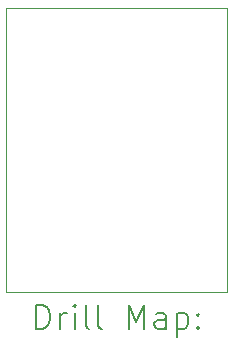
<source format=gbr>
%TF.GenerationSoftware,KiCad,Pcbnew,8.0.2-8.0.2-0~ubuntu22.04.1*%
%TF.CreationDate,2024-06-02T15:46:12+09:00*%
%TF.ProjectId,TB6211_ver2,54423632-3131-45f7-9665-72322e6b6963,rev?*%
%TF.SameCoordinates,Original*%
%TF.FileFunction,Drillmap*%
%TF.FilePolarity,Positive*%
%FSLAX45Y45*%
G04 Gerber Fmt 4.5, Leading zero omitted, Abs format (unit mm)*
G04 Created by KiCad (PCBNEW 8.0.2-8.0.2-0~ubuntu22.04.1) date 2024-06-02 15:46:12*
%MOMM*%
%LPD*%
G01*
G04 APERTURE LIST*
%ADD10C,0.050000*%
%ADD11C,0.200000*%
G04 APERTURE END LIST*
D10*
X11975000Y-7100000D02*
X13850000Y-7100000D01*
X13850000Y-9500000D01*
X11975000Y-9500000D01*
X11975000Y-7100000D01*
D11*
X12233277Y-9813984D02*
X12233277Y-9613984D01*
X12233277Y-9613984D02*
X12280896Y-9613984D01*
X12280896Y-9613984D02*
X12309467Y-9623508D01*
X12309467Y-9623508D02*
X12328515Y-9642555D01*
X12328515Y-9642555D02*
X12338039Y-9661603D01*
X12338039Y-9661603D02*
X12347562Y-9699698D01*
X12347562Y-9699698D02*
X12347562Y-9728270D01*
X12347562Y-9728270D02*
X12338039Y-9766365D01*
X12338039Y-9766365D02*
X12328515Y-9785412D01*
X12328515Y-9785412D02*
X12309467Y-9804460D01*
X12309467Y-9804460D02*
X12280896Y-9813984D01*
X12280896Y-9813984D02*
X12233277Y-9813984D01*
X12433277Y-9813984D02*
X12433277Y-9680650D01*
X12433277Y-9718746D02*
X12442801Y-9699698D01*
X12442801Y-9699698D02*
X12452324Y-9690174D01*
X12452324Y-9690174D02*
X12471372Y-9680650D01*
X12471372Y-9680650D02*
X12490420Y-9680650D01*
X12557086Y-9813984D02*
X12557086Y-9680650D01*
X12557086Y-9613984D02*
X12547562Y-9623508D01*
X12547562Y-9623508D02*
X12557086Y-9633031D01*
X12557086Y-9633031D02*
X12566610Y-9623508D01*
X12566610Y-9623508D02*
X12557086Y-9613984D01*
X12557086Y-9613984D02*
X12557086Y-9633031D01*
X12680896Y-9813984D02*
X12661848Y-9804460D01*
X12661848Y-9804460D02*
X12652324Y-9785412D01*
X12652324Y-9785412D02*
X12652324Y-9613984D01*
X12785658Y-9813984D02*
X12766610Y-9804460D01*
X12766610Y-9804460D02*
X12757086Y-9785412D01*
X12757086Y-9785412D02*
X12757086Y-9613984D01*
X13014229Y-9813984D02*
X13014229Y-9613984D01*
X13014229Y-9613984D02*
X13080896Y-9756841D01*
X13080896Y-9756841D02*
X13147562Y-9613984D01*
X13147562Y-9613984D02*
X13147562Y-9813984D01*
X13328515Y-9813984D02*
X13328515Y-9709222D01*
X13328515Y-9709222D02*
X13318991Y-9690174D01*
X13318991Y-9690174D02*
X13299943Y-9680650D01*
X13299943Y-9680650D02*
X13261848Y-9680650D01*
X13261848Y-9680650D02*
X13242801Y-9690174D01*
X13328515Y-9804460D02*
X13309467Y-9813984D01*
X13309467Y-9813984D02*
X13261848Y-9813984D01*
X13261848Y-9813984D02*
X13242801Y-9804460D01*
X13242801Y-9804460D02*
X13233277Y-9785412D01*
X13233277Y-9785412D02*
X13233277Y-9766365D01*
X13233277Y-9766365D02*
X13242801Y-9747317D01*
X13242801Y-9747317D02*
X13261848Y-9737793D01*
X13261848Y-9737793D02*
X13309467Y-9737793D01*
X13309467Y-9737793D02*
X13328515Y-9728270D01*
X13423753Y-9680650D02*
X13423753Y-9880650D01*
X13423753Y-9690174D02*
X13442801Y-9680650D01*
X13442801Y-9680650D02*
X13480896Y-9680650D01*
X13480896Y-9680650D02*
X13499943Y-9690174D01*
X13499943Y-9690174D02*
X13509467Y-9699698D01*
X13509467Y-9699698D02*
X13518991Y-9718746D01*
X13518991Y-9718746D02*
X13518991Y-9775889D01*
X13518991Y-9775889D02*
X13509467Y-9794936D01*
X13509467Y-9794936D02*
X13499943Y-9804460D01*
X13499943Y-9804460D02*
X13480896Y-9813984D01*
X13480896Y-9813984D02*
X13442801Y-9813984D01*
X13442801Y-9813984D02*
X13423753Y-9804460D01*
X13604705Y-9794936D02*
X13614229Y-9804460D01*
X13614229Y-9804460D02*
X13604705Y-9813984D01*
X13604705Y-9813984D02*
X13595182Y-9804460D01*
X13595182Y-9804460D02*
X13604705Y-9794936D01*
X13604705Y-9794936D02*
X13604705Y-9813984D01*
X13604705Y-9690174D02*
X13614229Y-9699698D01*
X13614229Y-9699698D02*
X13604705Y-9709222D01*
X13604705Y-9709222D02*
X13595182Y-9699698D01*
X13595182Y-9699698D02*
X13604705Y-9690174D01*
X13604705Y-9690174D02*
X13604705Y-9709222D01*
M02*

</source>
